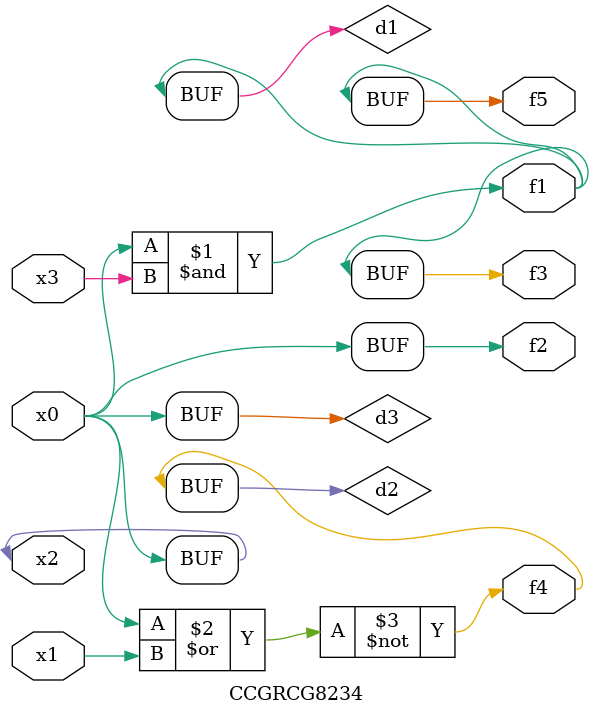
<source format=v>
module CCGRCG8234(
	input x0, x1, x2, x3,
	output f1, f2, f3, f4, f5
);

	wire d1, d2, d3;

	and (d1, x2, x3);
	nor (d2, x0, x1);
	buf (d3, x0, x2);
	assign f1 = d1;
	assign f2 = d3;
	assign f3 = d1;
	assign f4 = d2;
	assign f5 = d1;
endmodule

</source>
